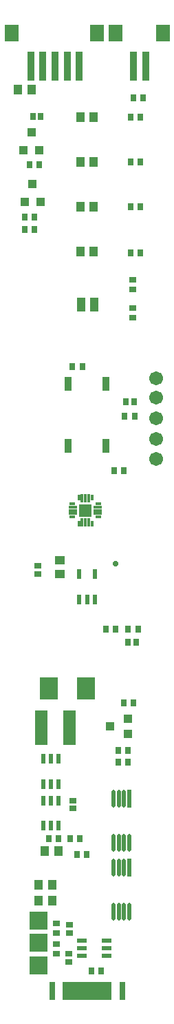
<source format=gts>
%FSLAX25Y25*%
%MOIN*%
G70*
G01*
G75*
G04 Layer_Color=8388736*
%ADD10C,0.05906*%
%ADD11R,0.07874X0.07874*%
%ADD12R,0.02362X0.02756*%
%ADD13R,0.02756X0.02362*%
%ADD14R,0.03150X0.03937*%
%ADD15R,0.03937X0.03150*%
%ADD16R,0.02559X0.02165*%
%ADD17R,0.02165X0.02559*%
%ADD18R,0.03543X0.03150*%
%ADD19R,0.03543X0.03150*%
%ADD20R,0.01575X0.03937*%
%ADD21O,0.01181X0.07874*%
%ADD22R,0.01181X0.07874*%
%ADD23R,0.03937X0.01575*%
%ADD24R,0.02362X0.07874*%
%ADD25R,0.01063X0.07874*%
%ADD26R,0.05118X0.05118*%
%ADD27R,0.00787X0.02362*%
%ADD28R,0.00787X0.03150*%
%ADD29R,0.02362X0.00787*%
%ADD30R,0.03150X0.00787*%
%ADD31R,0.03150X0.02559*%
%ADD32R,0.05118X0.15748*%
%ADD33R,0.03150X0.03543*%
%ADD34R,0.03150X0.03543*%
%ADD35R,0.06299X0.07480*%
%ADD36R,0.02756X0.13386*%
%ADD37R,0.02756X0.06102*%
%ADD38R,0.07874X0.10000*%
%ADD39C,0.00787*%
%ADD40C,0.02362*%
%ADD41C,0.01000*%
%ADD42C,0.01575*%
%ADD43C,0.01181*%
%ADD44C,0.01969*%
%ADD45C,0.03150*%
%ADD46C,0.00500*%
%ADD47C,0.00591*%
%ADD48C,0.00394*%
%ADD49C,0.00600*%
%ADD50C,0.00197*%
%ADD51C,0.00709*%
%ADD52C,0.01200*%
%ADD53C,0.06706*%
%ADD54R,0.08674X0.08674*%
%ADD55R,0.03162X0.03556*%
%ADD56R,0.03556X0.03162*%
%ADD57R,0.03950X0.04737*%
%ADD58R,0.04737X0.03950*%
%ADD59R,0.03359X0.02965*%
%ADD60R,0.02965X0.03359*%
%ADD61R,0.04343X0.03950*%
%ADD62R,0.04343X0.03950*%
%ADD63R,0.02375X0.04737*%
%ADD64O,0.01981X0.08674*%
%ADD65R,0.01981X0.08674*%
%ADD66R,0.04737X0.02375*%
%ADD67R,0.03162X0.08674*%
%ADD68R,0.01863X0.08674*%
%ADD69R,0.05918X0.05918*%
%ADD70R,0.01587X0.03162*%
%ADD71R,0.01587X0.03950*%
%ADD72R,0.03162X0.01587*%
%ADD73R,0.03950X0.01587*%
%ADD74R,0.03950X0.03359*%
%ADD75R,0.05918X0.16548*%
%ADD76R,0.03950X0.04343*%
%ADD77R,0.03950X0.04343*%
%ADD78R,0.07099X0.08280*%
%ADD79R,0.03556X0.14186*%
%ADD80R,0.03556X0.06902*%
%ADD81R,0.08674X0.10800*%
%ADD82C,0.02769*%
D53*
X74810Y-204319D02*
D03*
Y-184520D02*
D03*
Y-214052D02*
D03*
Y-175140D02*
D03*
Y-194340D02*
D03*
D54*
X17890Y-459035D02*
D03*
Y-448247D02*
D03*
Y-437460D02*
D03*
D55*
X64320Y-193380D02*
D03*
X59595D02*
D03*
X61268Y-296460D02*
D03*
X65992D02*
D03*
X50358D02*
D03*
X55082D02*
D03*
X63768Y-39450D02*
D03*
X68492D02*
D03*
X54298Y-219680D02*
D03*
X59022D02*
D03*
X38982Y-169340D02*
D03*
X34258D02*
D03*
X62348Y-48890D02*
D03*
X67072D02*
D03*
X62348Y-70460D02*
D03*
X67072D02*
D03*
X62348Y-92070D02*
D03*
X67072D02*
D03*
X62348Y-114340D02*
D03*
X67072D02*
D03*
X48062Y-461730D02*
D03*
X43338D02*
D03*
X56468Y-360710D02*
D03*
X61192D02*
D03*
X22768Y-397720D02*
D03*
X27492D02*
D03*
X56378Y-355020D02*
D03*
X61102D02*
D03*
X33008Y-397730D02*
D03*
X37732D02*
D03*
X41052Y-405500D02*
D03*
X36328D02*
D03*
X58958Y-332130D02*
D03*
X63682D02*
D03*
X15894Y-103000D02*
D03*
X11170D02*
D03*
X13318Y-71650D02*
D03*
X18042D02*
D03*
X15894Y-97050D02*
D03*
X11170D02*
D03*
D56*
X63550Y-145792D02*
D03*
Y-141068D02*
D03*
Y-127488D02*
D03*
Y-132212D02*
D03*
X26600Y-453502D02*
D03*
Y-448778D02*
D03*
Y-443504D02*
D03*
Y-438780D02*
D03*
D57*
X24556Y-427740D02*
D03*
X17864D02*
D03*
X27477Y-403930D02*
D03*
X20784D02*
D03*
X38137Y-113903D02*
D03*
X44436D02*
D03*
X38137Y-92073D02*
D03*
X44436D02*
D03*
X38127Y-70423D02*
D03*
X44426D02*
D03*
X38137Y-48833D02*
D03*
X44436D02*
D03*
X24476Y-420130D02*
D03*
X17784D02*
D03*
X7664Y-35630D02*
D03*
X14356D02*
D03*
D58*
X28150Y-263154D02*
D03*
Y-269847D02*
D03*
D59*
X34440Y-379343D02*
D03*
Y-383280D02*
D03*
X17330Y-265903D02*
D03*
Y-269840D02*
D03*
X32650Y-439533D02*
D03*
Y-443470D02*
D03*
X32450Y-457457D02*
D03*
Y-453520D02*
D03*
D60*
X60283Y-186580D02*
D03*
X64220D02*
D03*
X65197Y-302680D02*
D03*
X61260D02*
D03*
X18947Y-48560D02*
D03*
X15010D02*
D03*
D61*
X14310Y-56150D02*
D03*
X10570Y-64811D02*
D03*
X14910Y-81250D02*
D03*
X11170Y-89911D02*
D03*
D62*
X18050Y-64811D02*
D03*
X18650Y-89911D02*
D03*
D63*
X27520Y-359158D02*
D03*
X20040D02*
D03*
X23780D02*
D03*
Y-371362D02*
D03*
X20040D02*
D03*
X27520D02*
D03*
X20040Y-391542D02*
D03*
X27520D02*
D03*
X23780D02*
D03*
Y-379338D02*
D03*
X27520D02*
D03*
X20040D02*
D03*
X37570Y-269828D02*
D03*
X45050D02*
D03*
X41310Y-282032D02*
D03*
X45050D02*
D03*
X37570D02*
D03*
D64*
X54136Y-399676D02*
D03*
X56695D02*
D03*
X59254D02*
D03*
X61813D02*
D03*
X54136Y-378416D02*
D03*
X56695D02*
D03*
X59254D02*
D03*
X54136Y-433216D02*
D03*
X56695D02*
D03*
X59254D02*
D03*
X61813D02*
D03*
X54136Y-411956D02*
D03*
X56695D02*
D03*
X59254D02*
D03*
D65*
X61813Y-378416D02*
D03*
Y-411956D02*
D03*
D66*
X50922Y-454520D02*
D03*
Y-447040D02*
D03*
Y-450780D02*
D03*
X38718D02*
D03*
Y-447040D02*
D03*
Y-454520D02*
D03*
D67*
X58438Y-471340D02*
D03*
X24422D02*
D03*
D68*
X52257D02*
D03*
X50288D02*
D03*
X48320D02*
D03*
X46351D02*
D03*
X44383D02*
D03*
X40446D02*
D03*
X38477D02*
D03*
X36509D02*
D03*
X34540D02*
D03*
X32572D02*
D03*
X30603D02*
D03*
X42414D02*
D03*
D69*
X40494Y-239053D02*
D03*
D70*
X43644Y-245352D02*
D03*
X37345D02*
D03*
Y-232754D02*
D03*
X43644D02*
D03*
D71*
X42069Y-244959D02*
D03*
X40494D02*
D03*
X38920D02*
D03*
Y-233148D02*
D03*
X40494D02*
D03*
X42069D02*
D03*
D72*
X34195Y-242203D02*
D03*
Y-235904D02*
D03*
X46794D02*
D03*
Y-242203D02*
D03*
D73*
X34589Y-240628D02*
D03*
Y-239053D02*
D03*
Y-237478D02*
D03*
X46400D02*
D03*
Y-239053D02*
D03*
Y-240628D02*
D03*
D74*
X44859Y-137733D02*
D03*
X38560D02*
D03*
X44859Y-141080D02*
D03*
X38560D02*
D03*
D75*
X19259Y-344223D02*
D03*
X32644D02*
D03*
D76*
X52530Y-343550D02*
D03*
X61191Y-347290D02*
D03*
D77*
Y-339810D02*
D03*
D78*
X78067Y-8120D02*
D03*
X55272D02*
D03*
X46183Y-8049D02*
D03*
X4687D02*
D03*
D79*
X69642Y-24098D02*
D03*
X63736D02*
D03*
X13978Y-24027D02*
D03*
X19884D02*
D03*
X25789D02*
D03*
X31695D02*
D03*
X37600D02*
D03*
D80*
X50394Y-177953D02*
D03*
Y-207677D02*
D03*
X32283Y-177953D02*
D03*
Y-207677D02*
D03*
D81*
X40660Y-325270D02*
D03*
X22943D02*
D03*
D82*
X55197Y-264961D02*
D03*
M02*

</source>
